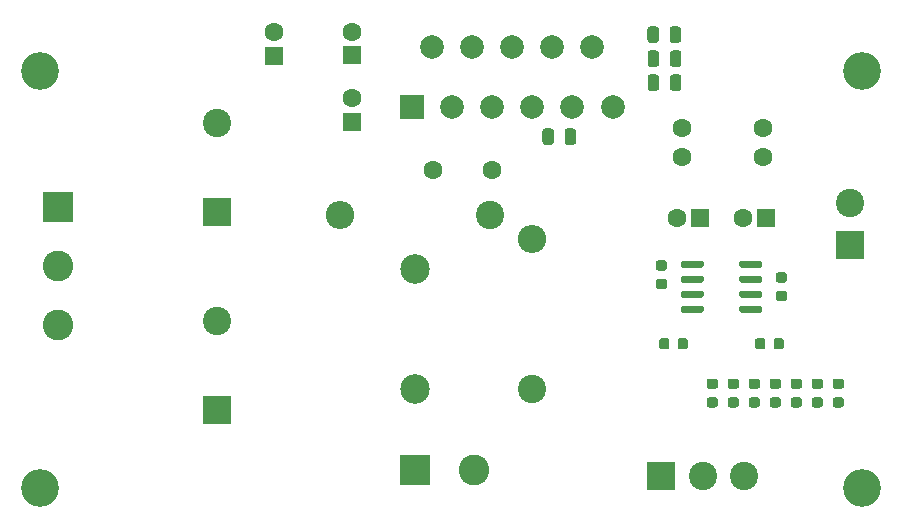
<source format=gbr>
G04 #@! TF.GenerationSoftware,KiCad,Pcbnew,5.1.9*
G04 #@! TF.CreationDate,2021-04-19T03:57:35-04:00*
G04 #@! TF.ProjectId,lm3886_amp_balanced_input,6c6d3338-3836-45f6-916d-705f62616c61,rev?*
G04 #@! TF.SameCoordinates,Original*
G04 #@! TF.FileFunction,Soldermask,Top*
G04 #@! TF.FilePolarity,Negative*
%FSLAX46Y46*%
G04 Gerber Fmt 4.6, Leading zero omitted, Abs format (unit mm)*
G04 Created by KiCad (PCBNEW 5.1.9) date 2021-04-19 03:57:35*
%MOMM*%
%LPD*%
G01*
G04 APERTURE LIST*
%ADD10C,2.500000*%
%ADD11C,3.200000*%
%ADD12C,2.400000*%
%ADD13R,2.400000X2.400000*%
%ADD14C,2.600000*%
%ADD15R,2.600000X2.600000*%
%ADD16O,2.400000X2.400000*%
%ADD17C,1.600000*%
%ADD18R,2.000000X2.000000*%
%ADD19C,2.000000*%
%ADD20R,1.600000X1.600000*%
G04 APERTURE END LIST*
D10*
X139954000Y-93726000D03*
X139954000Y-83566000D03*
G36*
G01*
X160525750Y-84424000D02*
X161038250Y-84424000D01*
G75*
G02*
X161257000Y-84642750I0J-218750D01*
G01*
X161257000Y-85080250D01*
G75*
G02*
X161038250Y-85299000I-218750J0D01*
G01*
X160525750Y-85299000D01*
G75*
G02*
X160307000Y-85080250I0J218750D01*
G01*
X160307000Y-84642750D01*
G75*
G02*
X160525750Y-84424000I218750J0D01*
G01*
G37*
G36*
G01*
X160525750Y-82849000D02*
X161038250Y-82849000D01*
G75*
G02*
X161257000Y-83067750I0J-218750D01*
G01*
X161257000Y-83505250D01*
G75*
G02*
X161038250Y-83724000I-218750J0D01*
G01*
X160525750Y-83724000D01*
G75*
G02*
X160307000Y-83505250I0J218750D01*
G01*
X160307000Y-83067750D01*
G75*
G02*
X160525750Y-82849000I218750J0D01*
G01*
G37*
G36*
G01*
X170685750Y-85440000D02*
X171198250Y-85440000D01*
G75*
G02*
X171417000Y-85658750I0J-218750D01*
G01*
X171417000Y-86096250D01*
G75*
G02*
X171198250Y-86315000I-218750J0D01*
G01*
X170685750Y-86315000D01*
G75*
G02*
X170467000Y-86096250I0J218750D01*
G01*
X170467000Y-85658750D01*
G75*
G02*
X170685750Y-85440000I218750J0D01*
G01*
G37*
G36*
G01*
X170685750Y-83865000D02*
X171198250Y-83865000D01*
G75*
G02*
X171417000Y-84083750I0J-218750D01*
G01*
X171417000Y-84521250D01*
G75*
G02*
X171198250Y-84740000I-218750J0D01*
G01*
X170685750Y-84740000D01*
G75*
G02*
X170467000Y-84521250I0J218750D01*
G01*
X170467000Y-84083750D01*
G75*
G02*
X170685750Y-83865000I218750J0D01*
G01*
G37*
G36*
G01*
X163032000Y-89659750D02*
X163032000Y-90172250D01*
G75*
G02*
X162813250Y-90391000I-218750J0D01*
G01*
X162375750Y-90391000D01*
G75*
G02*
X162157000Y-90172250I0J218750D01*
G01*
X162157000Y-89659750D01*
G75*
G02*
X162375750Y-89441000I218750J0D01*
G01*
X162813250Y-89441000D01*
G75*
G02*
X163032000Y-89659750I0J-218750D01*
G01*
G37*
G36*
G01*
X161457000Y-89659750D02*
X161457000Y-90172250D01*
G75*
G02*
X161238250Y-90391000I-218750J0D01*
G01*
X160800750Y-90391000D01*
G75*
G02*
X160582000Y-90172250I0J218750D01*
G01*
X160582000Y-89659750D01*
G75*
G02*
X160800750Y-89441000I218750J0D01*
G01*
X161238250Y-89441000D01*
G75*
G02*
X161457000Y-89659750I0J-218750D01*
G01*
G37*
G36*
G01*
X169576000Y-89659750D02*
X169576000Y-90172250D01*
G75*
G02*
X169357250Y-90391000I-218750J0D01*
G01*
X168919750Y-90391000D01*
G75*
G02*
X168701000Y-90172250I0J218750D01*
G01*
X168701000Y-89659750D01*
G75*
G02*
X168919750Y-89441000I218750J0D01*
G01*
X169357250Y-89441000D01*
G75*
G02*
X169576000Y-89659750I0J-218750D01*
G01*
G37*
G36*
G01*
X171151000Y-89659750D02*
X171151000Y-90172250D01*
G75*
G02*
X170932250Y-90391000I-218750J0D01*
G01*
X170494750Y-90391000D01*
G75*
G02*
X170276000Y-90172250I0J218750D01*
G01*
X170276000Y-89659750D01*
G75*
G02*
X170494750Y-89441000I218750J0D01*
G01*
X170932250Y-89441000D01*
G75*
G02*
X171151000Y-89659750I0J-218750D01*
G01*
G37*
G36*
G01*
X152587000Y-72846250D02*
X152587000Y-71933750D01*
G75*
G02*
X152830750Y-71690000I243750J0D01*
G01*
X153318250Y-71690000D01*
G75*
G02*
X153562000Y-71933750I0J-243750D01*
G01*
X153562000Y-72846250D01*
G75*
G02*
X153318250Y-73090000I-243750J0D01*
G01*
X152830750Y-73090000D01*
G75*
G02*
X152587000Y-72846250I0J243750D01*
G01*
G37*
G36*
G01*
X150712000Y-72846250D02*
X150712000Y-71933750D01*
G75*
G02*
X150955750Y-71690000I243750J0D01*
G01*
X151443250Y-71690000D01*
G75*
G02*
X151687000Y-71933750I0J-243750D01*
G01*
X151687000Y-72846250D01*
G75*
G02*
X151443250Y-73090000I-243750J0D01*
G01*
X150955750Y-73090000D01*
G75*
G02*
X150712000Y-72846250I0J243750D01*
G01*
G37*
G36*
G01*
X160577000Y-63297750D02*
X160577000Y-64210250D01*
G75*
G02*
X160333250Y-64454000I-243750J0D01*
G01*
X159845750Y-64454000D01*
G75*
G02*
X159602000Y-64210250I0J243750D01*
G01*
X159602000Y-63297750D01*
G75*
G02*
X159845750Y-63054000I243750J0D01*
G01*
X160333250Y-63054000D01*
G75*
G02*
X160577000Y-63297750I0J-243750D01*
G01*
G37*
G36*
G01*
X162452000Y-63297750D02*
X162452000Y-64210250D01*
G75*
G02*
X162208250Y-64454000I-243750J0D01*
G01*
X161720750Y-64454000D01*
G75*
G02*
X161477000Y-64210250I0J243750D01*
G01*
X161477000Y-63297750D01*
G75*
G02*
X161720750Y-63054000I243750J0D01*
G01*
X162208250Y-63054000D01*
G75*
G02*
X162452000Y-63297750I0J-243750D01*
G01*
G37*
G36*
G01*
X161495000Y-68274250D02*
X161495000Y-67361750D01*
G75*
G02*
X161738750Y-67118000I243750J0D01*
G01*
X162226250Y-67118000D01*
G75*
G02*
X162470000Y-67361750I0J-243750D01*
G01*
X162470000Y-68274250D01*
G75*
G02*
X162226250Y-68518000I-243750J0D01*
G01*
X161738750Y-68518000D01*
G75*
G02*
X161495000Y-68274250I0J243750D01*
G01*
G37*
G36*
G01*
X159620000Y-68274250D02*
X159620000Y-67361750D01*
G75*
G02*
X159863750Y-67118000I243750J0D01*
G01*
X160351250Y-67118000D01*
G75*
G02*
X160595000Y-67361750I0J-243750D01*
G01*
X160595000Y-68274250D01*
G75*
G02*
X160351250Y-68518000I-243750J0D01*
G01*
X159863750Y-68518000D01*
G75*
G02*
X159620000Y-68274250I0J243750D01*
G01*
G37*
G36*
G01*
X161495000Y-66242250D02*
X161495000Y-65329750D01*
G75*
G02*
X161738750Y-65086000I243750J0D01*
G01*
X162226250Y-65086000D01*
G75*
G02*
X162470000Y-65329750I0J-243750D01*
G01*
X162470000Y-66242250D01*
G75*
G02*
X162226250Y-66486000I-243750J0D01*
G01*
X161738750Y-66486000D01*
G75*
G02*
X161495000Y-66242250I0J243750D01*
G01*
G37*
G36*
G01*
X159620000Y-66242250D02*
X159620000Y-65329750D01*
G75*
G02*
X159863750Y-65086000I243750J0D01*
G01*
X160351250Y-65086000D01*
G75*
G02*
X160595000Y-65329750I0J-243750D01*
G01*
X160595000Y-66242250D01*
G75*
G02*
X160351250Y-66486000I-243750J0D01*
G01*
X159863750Y-66486000D01*
G75*
G02*
X159620000Y-66242250I0J243750D01*
G01*
G37*
G36*
G01*
X172468250Y-93743000D02*
X171955750Y-93743000D01*
G75*
G02*
X171737000Y-93524250I0J218750D01*
G01*
X171737000Y-93086750D01*
G75*
G02*
X171955750Y-92868000I218750J0D01*
G01*
X172468250Y-92868000D01*
G75*
G02*
X172687000Y-93086750I0J-218750D01*
G01*
X172687000Y-93524250D01*
G75*
G02*
X172468250Y-93743000I-218750J0D01*
G01*
G37*
G36*
G01*
X172468250Y-95318000D02*
X171955750Y-95318000D01*
G75*
G02*
X171737000Y-95099250I0J218750D01*
G01*
X171737000Y-94661750D01*
G75*
G02*
X171955750Y-94443000I218750J0D01*
G01*
X172468250Y-94443000D01*
G75*
G02*
X172687000Y-94661750I0J-218750D01*
G01*
X172687000Y-95099250D01*
G75*
G02*
X172468250Y-95318000I-218750J0D01*
G01*
G37*
G36*
G01*
X173733750Y-94443000D02*
X174246250Y-94443000D01*
G75*
G02*
X174465000Y-94661750I0J-218750D01*
G01*
X174465000Y-95099250D01*
G75*
G02*
X174246250Y-95318000I-218750J0D01*
G01*
X173733750Y-95318000D01*
G75*
G02*
X173515000Y-95099250I0J218750D01*
G01*
X173515000Y-94661750D01*
G75*
G02*
X173733750Y-94443000I218750J0D01*
G01*
G37*
G36*
G01*
X173733750Y-92868000D02*
X174246250Y-92868000D01*
G75*
G02*
X174465000Y-93086750I0J-218750D01*
G01*
X174465000Y-93524250D01*
G75*
G02*
X174246250Y-93743000I-218750J0D01*
G01*
X173733750Y-93743000D01*
G75*
G02*
X173515000Y-93524250I0J218750D01*
G01*
X173515000Y-93086750D01*
G75*
G02*
X173733750Y-92868000I218750J0D01*
G01*
G37*
G36*
G01*
X176024250Y-93743000D02*
X175511750Y-93743000D01*
G75*
G02*
X175293000Y-93524250I0J218750D01*
G01*
X175293000Y-93086750D01*
G75*
G02*
X175511750Y-92868000I218750J0D01*
G01*
X176024250Y-92868000D01*
G75*
G02*
X176243000Y-93086750I0J-218750D01*
G01*
X176243000Y-93524250D01*
G75*
G02*
X176024250Y-93743000I-218750J0D01*
G01*
G37*
G36*
G01*
X176024250Y-95318000D02*
X175511750Y-95318000D01*
G75*
G02*
X175293000Y-95099250I0J218750D01*
G01*
X175293000Y-94661750D01*
G75*
G02*
X175511750Y-94443000I218750J0D01*
G01*
X176024250Y-94443000D01*
G75*
G02*
X176243000Y-94661750I0J-218750D01*
G01*
X176243000Y-95099250D01*
G75*
G02*
X176024250Y-95318000I-218750J0D01*
G01*
G37*
G36*
G01*
X164843750Y-94443000D02*
X165356250Y-94443000D01*
G75*
G02*
X165575000Y-94661750I0J-218750D01*
G01*
X165575000Y-95099250D01*
G75*
G02*
X165356250Y-95318000I-218750J0D01*
G01*
X164843750Y-95318000D01*
G75*
G02*
X164625000Y-95099250I0J218750D01*
G01*
X164625000Y-94661750D01*
G75*
G02*
X164843750Y-94443000I218750J0D01*
G01*
G37*
G36*
G01*
X164843750Y-92868000D02*
X165356250Y-92868000D01*
G75*
G02*
X165575000Y-93086750I0J-218750D01*
G01*
X165575000Y-93524250D01*
G75*
G02*
X165356250Y-93743000I-218750J0D01*
G01*
X164843750Y-93743000D01*
G75*
G02*
X164625000Y-93524250I0J218750D01*
G01*
X164625000Y-93086750D01*
G75*
G02*
X164843750Y-92868000I218750J0D01*
G01*
G37*
G36*
G01*
X166621750Y-94443000D02*
X167134250Y-94443000D01*
G75*
G02*
X167353000Y-94661750I0J-218750D01*
G01*
X167353000Y-95099250D01*
G75*
G02*
X167134250Y-95318000I-218750J0D01*
G01*
X166621750Y-95318000D01*
G75*
G02*
X166403000Y-95099250I0J218750D01*
G01*
X166403000Y-94661750D01*
G75*
G02*
X166621750Y-94443000I218750J0D01*
G01*
G37*
G36*
G01*
X166621750Y-92868000D02*
X167134250Y-92868000D01*
G75*
G02*
X167353000Y-93086750I0J-218750D01*
G01*
X167353000Y-93524250D01*
G75*
G02*
X167134250Y-93743000I-218750J0D01*
G01*
X166621750Y-93743000D01*
G75*
G02*
X166403000Y-93524250I0J218750D01*
G01*
X166403000Y-93086750D01*
G75*
G02*
X166621750Y-92868000I218750J0D01*
G01*
G37*
G36*
G01*
X168912250Y-93743000D02*
X168399750Y-93743000D01*
G75*
G02*
X168181000Y-93524250I0J218750D01*
G01*
X168181000Y-93086750D01*
G75*
G02*
X168399750Y-92868000I218750J0D01*
G01*
X168912250Y-92868000D01*
G75*
G02*
X169131000Y-93086750I0J-218750D01*
G01*
X169131000Y-93524250D01*
G75*
G02*
X168912250Y-93743000I-218750J0D01*
G01*
G37*
G36*
G01*
X168912250Y-95318000D02*
X168399750Y-95318000D01*
G75*
G02*
X168181000Y-95099250I0J218750D01*
G01*
X168181000Y-94661750D01*
G75*
G02*
X168399750Y-94443000I218750J0D01*
G01*
X168912250Y-94443000D01*
G75*
G02*
X169131000Y-94661750I0J-218750D01*
G01*
X169131000Y-95099250D01*
G75*
G02*
X168912250Y-95318000I-218750J0D01*
G01*
G37*
G36*
G01*
X170177750Y-94443000D02*
X170690250Y-94443000D01*
G75*
G02*
X170909000Y-94661750I0J-218750D01*
G01*
X170909000Y-95099250D01*
G75*
G02*
X170690250Y-95318000I-218750J0D01*
G01*
X170177750Y-95318000D01*
G75*
G02*
X169959000Y-95099250I0J218750D01*
G01*
X169959000Y-94661750D01*
G75*
G02*
X170177750Y-94443000I218750J0D01*
G01*
G37*
G36*
G01*
X170177750Y-92868000D02*
X170690250Y-92868000D01*
G75*
G02*
X170909000Y-93086750I0J-218750D01*
G01*
X170909000Y-93524250D01*
G75*
G02*
X170690250Y-93743000I-218750J0D01*
G01*
X170177750Y-93743000D01*
G75*
G02*
X169959000Y-93524250I0J218750D01*
G01*
X169959000Y-93086750D01*
G75*
G02*
X170177750Y-92868000I218750J0D01*
G01*
G37*
D11*
X108204000Y-66802000D03*
X108204000Y-102108000D03*
X177800000Y-102108000D03*
X177800000Y-66802000D03*
D12*
X176784000Y-78034000D03*
D13*
X176784000Y-81534000D03*
D14*
X109728000Y-88312000D03*
X109728000Y-83312000D03*
D15*
X109728000Y-78312000D03*
D14*
X144954000Y-100584000D03*
D15*
X139954000Y-100584000D03*
D12*
X167782000Y-101092000D03*
X164282000Y-101092000D03*
D13*
X160782000Y-101092000D03*
D16*
X133604000Y-78994000D03*
D12*
X146304000Y-78994000D03*
X149860000Y-93726000D03*
D16*
X149860000Y-81026000D03*
G36*
G01*
X167362000Y-83335000D02*
X167362000Y-83035000D01*
G75*
G02*
X167512000Y-82885000I150000J0D01*
G01*
X169162000Y-82885000D01*
G75*
G02*
X169312000Y-83035000I0J-150000D01*
G01*
X169312000Y-83335000D01*
G75*
G02*
X169162000Y-83485000I-150000J0D01*
G01*
X167512000Y-83485000D01*
G75*
G02*
X167362000Y-83335000I0J150000D01*
G01*
G37*
G36*
G01*
X167362000Y-84605000D02*
X167362000Y-84305000D01*
G75*
G02*
X167512000Y-84155000I150000J0D01*
G01*
X169162000Y-84155000D01*
G75*
G02*
X169312000Y-84305000I0J-150000D01*
G01*
X169312000Y-84605000D01*
G75*
G02*
X169162000Y-84755000I-150000J0D01*
G01*
X167512000Y-84755000D01*
G75*
G02*
X167362000Y-84605000I0J150000D01*
G01*
G37*
G36*
G01*
X167362000Y-85875000D02*
X167362000Y-85575000D01*
G75*
G02*
X167512000Y-85425000I150000J0D01*
G01*
X169162000Y-85425000D01*
G75*
G02*
X169312000Y-85575000I0J-150000D01*
G01*
X169312000Y-85875000D01*
G75*
G02*
X169162000Y-86025000I-150000J0D01*
G01*
X167512000Y-86025000D01*
G75*
G02*
X167362000Y-85875000I0J150000D01*
G01*
G37*
G36*
G01*
X167362000Y-87145000D02*
X167362000Y-86845000D01*
G75*
G02*
X167512000Y-86695000I150000J0D01*
G01*
X169162000Y-86695000D01*
G75*
G02*
X169312000Y-86845000I0J-150000D01*
G01*
X169312000Y-87145000D01*
G75*
G02*
X169162000Y-87295000I-150000J0D01*
G01*
X167512000Y-87295000D01*
G75*
G02*
X167362000Y-87145000I0J150000D01*
G01*
G37*
G36*
G01*
X162412000Y-87145000D02*
X162412000Y-86845000D01*
G75*
G02*
X162562000Y-86695000I150000J0D01*
G01*
X164212000Y-86695000D01*
G75*
G02*
X164362000Y-86845000I0J-150000D01*
G01*
X164362000Y-87145000D01*
G75*
G02*
X164212000Y-87295000I-150000J0D01*
G01*
X162562000Y-87295000D01*
G75*
G02*
X162412000Y-87145000I0J150000D01*
G01*
G37*
G36*
G01*
X162412000Y-85875000D02*
X162412000Y-85575000D01*
G75*
G02*
X162562000Y-85425000I150000J0D01*
G01*
X164212000Y-85425000D01*
G75*
G02*
X164362000Y-85575000I0J-150000D01*
G01*
X164362000Y-85875000D01*
G75*
G02*
X164212000Y-86025000I-150000J0D01*
G01*
X162562000Y-86025000D01*
G75*
G02*
X162412000Y-85875000I0J150000D01*
G01*
G37*
G36*
G01*
X162412000Y-84605000D02*
X162412000Y-84305000D01*
G75*
G02*
X162562000Y-84155000I150000J0D01*
G01*
X164212000Y-84155000D01*
G75*
G02*
X164362000Y-84305000I0J-150000D01*
G01*
X164362000Y-84605000D01*
G75*
G02*
X164212000Y-84755000I-150000J0D01*
G01*
X162562000Y-84755000D01*
G75*
G02*
X162412000Y-84605000I0J150000D01*
G01*
G37*
G36*
G01*
X162412000Y-83335000D02*
X162412000Y-83035000D01*
G75*
G02*
X162562000Y-82885000I150000J0D01*
G01*
X164212000Y-82885000D01*
G75*
G02*
X164362000Y-83035000I0J-150000D01*
G01*
X164362000Y-83335000D01*
G75*
G02*
X164212000Y-83485000I-150000J0D01*
G01*
X162562000Y-83485000D01*
G75*
G02*
X162412000Y-83335000I0J150000D01*
G01*
G37*
D17*
X162560000Y-74128000D03*
X162560000Y-71628000D03*
X169418000Y-74128000D03*
X169418000Y-71628000D03*
D18*
X139648000Y-69882000D03*
D19*
X141348000Y-64802000D03*
X143048000Y-69882000D03*
X144748000Y-64802000D03*
X146448000Y-69882000D03*
X148148000Y-64802000D03*
X149848000Y-69882000D03*
X151548000Y-64802000D03*
X153248000Y-69882000D03*
X154948000Y-64802000D03*
X156648000Y-69882000D03*
D20*
X128016000Y-65532000D03*
D17*
X128016000Y-63532000D03*
D20*
X164084000Y-79248000D03*
D17*
X162084000Y-79248000D03*
D20*
X169672000Y-79248000D03*
D17*
X167672000Y-79248000D03*
X134620000Y-63500000D03*
D20*
X134620000Y-65500000D03*
D17*
X134620000Y-69120000D03*
D20*
X134620000Y-71120000D03*
D12*
X123190000Y-71240000D03*
D13*
X123190000Y-78740000D03*
D12*
X123190000Y-88004000D03*
D13*
X123190000Y-95504000D03*
D17*
X146478000Y-75184000D03*
X141478000Y-75184000D03*
M02*

</source>
